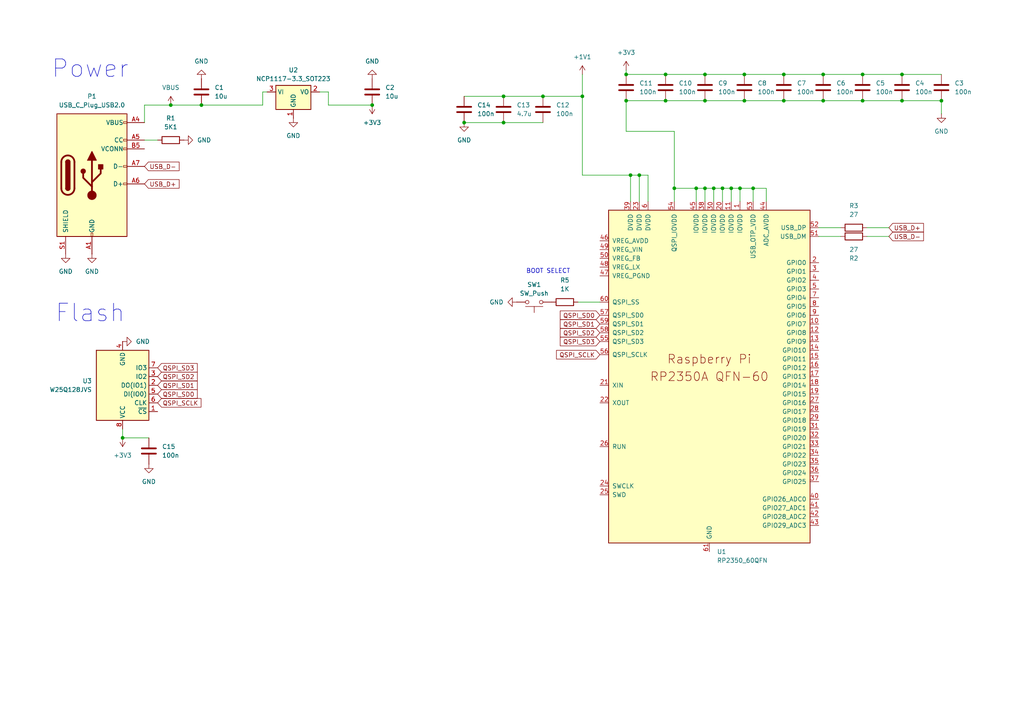
<source format=kicad_sch>
(kicad_sch (version 20231120) (generator "eeschema") (generator_version "8.0")
  (paper "A4")
  (lib_symbols
    (symbol "Connector:USB_C_Plug_USB2.0" (pin_names (offset 1.016))
      (property "Reference" "P" (at -10.16 19.05 0))
      (property "Value" "USB_C_Plug_USB2.0" (at 12.7 19.05 0))
      (symbol "USB_C_Plug_USB2.0_0_0"
        (rectangle (start -0.254 -17.78) (end 0.254 -16.764))
        (rectangle (start 10.16 -2.286) (end 9.144 -2.794))
        (rectangle (start 10.16 2.794) (end 9.144 2.286))
        (rectangle (start 10.16 7.874) (end 9.144 7.366))
        (rectangle (start 10.16 10.414) (end 9.144 9.906))
        (rectangle (start 10.16 15.494) (end 9.144 14.986))
      )
      (symbol "USB_C_Plug_USB2.0_0_1"
        (rectangle (start -10.16 17.78) (end 10.16 -17.78) (stroke (width 0.254)) (fill (type background)))
        (arc (start -8.89 -3.81) (mid -6.985 -5.7067) (end -5.08 -3.81) (stroke (width 0.508)))
        (arc (start -7.62 -3.81) (mid -6.985 -4.4423) (end -6.35 -3.81) (stroke (width 0.254)))
        (arc (start -7.62 -3.81) (mid -6.985 -4.4423) (end -6.35 -3.81) (stroke (width 0.254)) (fill (type outline)))
        (rectangle (start -7.62 -3.81) (end -6.35 3.81) (stroke (width 0.254)) (fill (type outline)))
        (arc (start -6.35 3.81) (mid -6.985 4.4423) (end -7.62 3.81) (stroke (width 0.254)))
        (arc (start -6.35 3.81) (mid -6.985 4.4423) (end -7.62 3.81) (stroke (width 0.254)) (fill (type outline)))
        (arc (start -5.08 3.81) (mid -6.985 5.7067) (end -8.89 3.81) (stroke (width 0.508)))
        (circle (center -2.54 1.143) (radius 0.635) (stroke (width 0.254)) (fill (type outline)))
        (circle (center 0 -5.842) (radius 1.27) (fill (type outline)))
        (polyline (pts (xy -8.89 -3.81) (xy -8.89 3.81)) (stroke (width 0.508)))
        (polyline (pts (xy -5.08 3.81) (xy -5.08 -3.81)) (stroke (width 0.508)))
        (polyline (pts (xy 0 -5.842) (xy 0 4.318)) (stroke (width 0.508)))
        (polyline (pts (xy 0 -3.302) (xy -2.54 -0.762) (xy -2.54 0.508)) (stroke (width 0.508)))
        (polyline (pts (xy 0 -2.032) (xy 2.54 0.508) (xy 2.54 1.778)) (stroke (width 0.508)))
        (polyline (pts (xy -1.27 4.318) (xy 0 6.858) (xy 1.27 4.318) (xy -1.27 4.318)) (stroke (width 0.254)) (fill (type outline)))
        (rectangle (start 1.905 1.778) (end 3.175 3.048) (stroke (width 0.254)) (fill (type outline)))
      )
      (symbol "USB_C_Plug_USB2.0_1_1"
        (pin passive line (at 0 -22.86 90) (length 5.08) (name "GND") (number "A1"))
        (pin passive line (at 0 -22.86 90) (length 5.08) hide (name "GND") (number "A12"))
        (pin passive line (at 15.24 15.24 180) (length 5.08) (name "VBUS") (number "A4"))
        (pin bidirectional line (at 15.24 10.16 180) (length 5.08) (name "CC") (number "A5"))
        (pin bidirectional line (at 15.24 -2.54 180) (length 5.08) (name "D+") (number "A6"))
        (pin bidirectional line (at 15.24 2.54 180) (length 5.08) (name "D-") (number "A7"))
        (pin passive line (at 15.24 15.24 180) (length 5.08) hide (name "VBUS") (number "A9"))
        (pin passive line (at 0 -22.86 90) (length 5.08) hide (name "GND") (number "B1"))
        (pin passive line (at 0 -22.86 90) (length 5.08) hide (name "GND") (number "B12"))
        (pin passive line (at 15.24 15.24 180) (length 5.08) hide (name "VBUS") (number "B4"))
        (pin bidirectional line (at 15.24 7.62 180) (length 5.08) (name "VCONN") (number "B5"))
        (pin passive line (at 15.24 15.24 180) (length 5.08) hide (name "VBUS") (number "B9"))
        (pin passive line (at -7.62 -22.86 90) (length 5.08) (name "SHIELD") (number "S1"))
      )
    )
    (symbol "Device:C" (pin_numbers hide) (pin_names (offset 0.254))
      (property "Reference" "C" (at 0.635 2.54 0))
      (property "Value" "C" (at 0.635 -2.54 0))
      (symbol "C_0_1"
        (polyline (pts (xy -2.032 -0.762) (xy 2.032 -0.762)) (stroke (width 0.508)))
        (polyline (pts (xy -2.032 0.762) (xy 2.032 0.762)) (stroke (width 0.508)))
      )
      (symbol "C_1_1"
        (pin passive line (at 0 3.81 270) (length 2.794) (name "~") (number "1"))
        (pin passive line (at 0 -3.81 90) (length 2.794) (name "~") (number "2"))
      )
    )
    (symbol "Device:R" (pin_numbers hide) (pin_names (offset 0))
      (property "Reference" "R" (at 2.032 0 90))
      (property "Value" "R" (at 0 0 90))
      (symbol "R_0_1"
        (rectangle (start -1.016 -2.54) (end 1.016 2.54) (stroke (width 0.254)))
      )
      (symbol "R_1_1"
        (pin passive line (at 0 3.81 270) (length 1.27) (name "~") (number "1"))
        (pin passive line (at 0 -3.81 90) (length 1.27) (name "~") (number "2"))
      )
    )
    (symbol "Memory_Flash:W25Q128JVS"
      (property "Reference" "U" (at -6.35 11.43 0))
      (property "Value" "W25Q128JVS" (at 7.62 11.43 0))
      (symbol "W25Q128JVS_0_1"
        (rectangle (start -7.62 10.16) (end 7.62 -10.16) (stroke (width 0.254)) (fill (type background)))
      )
      (symbol "W25Q128JVS_1_1"
        (pin input line (at -10.16 7.62 0) (length 2.54) (name "~{CS}") (number "1"))
        (pin bidirectional line (at -10.16 0 0) (length 2.54) (name "DO(IO1)") (number "2"))
        (pin bidirectional line (at -10.16 -2.54 0) (length 2.54) (name "IO2") (number "3"))
        (pin power_in line (at 0 -12.7 90) (length 2.54) (name "GND") (number "4"))
        (pin bidirectional line (at -10.16 2.54 0) (length 2.54) (name "DI(IO0)") (number "5"))
        (pin input line (at -10.16 5.08 0) (length 2.54) (name "CLK") (number "6"))
        (pin bidirectional line (at -10.16 -5.08 0) (length 2.54) (name "IO3") (number "7"))
        (pin power_in line (at 0 12.7 270) (length 2.54) (name "VCC") (number "8"))
      )
    )
    (symbol "Regulator_Linear:NCP1117-3.3_SOT223"
      (property "Reference" "U" (at -3.81 3.175 0))
      (property "Value" "NCP1117-3.3_SOT223" (at 0 3.175 0))
      (symbol "NCP1117-3.3_SOT223_0_1"
        (rectangle (start -5.08 -5.08) (end 5.08 1.905) (stroke (width 0.254)) (fill (type background)))
      )
      (symbol "NCP1117-3.3_SOT223_1_1"
        (pin power_in line (at 0 -7.62 90) (length 2.54) (name "GND") (number "1"))
        (pin power_out line (at 7.62 0 180) (length 2.54) (name "VO") (number "2"))
        (pin power_in line (at -7.62 0 0) (length 2.54) (name "VI") (number "3"))
      )
    )
    (symbol "Switch:SW_Push" (pin_numbers hide) (pin_names (offset 1.016) hide)
      (property "Reference" "SW" (at 1.27 2.54 0))
      (property "Value" "SW_Push" (at 0 -1.524 0))
      (symbol "SW_Push_0_1"
        (circle (center -2.032 0) (radius 0.508))
        (polyline (pts (xy 0 1.27) (xy 0 3.048)))
        (polyline (pts (xy 2.54 1.27) (xy -2.54 1.27)))
        (circle (center 2.032 0) (radius 0.508))
        (pin passive line (at -5.08 0 0) (length 2.54) (name "1") (number "1"))
        (pin passive line (at 5.08 0 180) (length 2.54) (name "2") (number "2"))
      )
    )
    (symbol "power:+1V1" (power) (pin_numbers hide) (pin_names (offset 0) hide)
      (property "Value" "+1V1" (at 0 3.556 0))
      (symbol "+1V1_0_1"
        (polyline (pts (xy -0.762 1.27) (xy 0 2.54)))
        (polyline (pts (xy 0 0) (xy 0 2.54)))
        (polyline (pts (xy 0 2.54) (xy 0.762 1.27)))
      )
      (symbol "+1V1_1_1"
        (pin power_in line (at 0 0 90) (length 0) (name "~") (number "1"))
      )
    )
    (symbol "power:+3V3" (power) (pin_numbers hide) (pin_names (offset 0) hide)
      (property "Value" "+3V3" (at 0 3.556 0))
      (symbol "+3V3_0_1"
        (polyline (pts (xy -0.762 1.27) (xy 0 2.54)))
        (polyline (pts (xy 0 0) (xy 0 2.54)))
        (polyline (pts (xy 0 2.54) (xy 0.762 1.27)))
      )
      (symbol "+3V3_1_1"
        (pin power_in line (at 0 0 90) (length 0) (name "~") (number "1"))
      )
    )
    (symbol "power:GND" (power) (pin_numbers hide) (pin_names (offset 0) hide)
      (property "Value" "GND" (at 0 -3.81 0))
      (symbol "GND_0_1"
        (polyline (pts (xy 0 0) (xy 0 -1.27) (xy 1.27 -1.27) (xy 0 -2.54) (xy -1.27 -1.27) (xy 0 -1.27)))
      )
      (symbol "GND_1_1"
        (pin power_in line (at 0 0 270) (length 0) (name "~") (number "1"))
      )
    )
    (symbol "power:VBUS" (power) (pin_numbers hide) (pin_names (offset 0) hide)
      (property "Value" "VBUS" (at 0 3.556 0))
      (symbol "VBUS_0_1"
        (polyline (pts (xy -0.762 1.27) (xy 0 2.54)))
        (polyline (pts (xy 0 0) (xy 0 2.54)))
        (polyline (pts (xy 0 2.54) (xy 0.762 1.27)))
      )
      (symbol "VBUS_1_1"
        (pin power_in line (at 0 0 90) (length 0) (name "~") (number "1"))
      )
    )
    (symbol "rp2350A:RP2350_60QFN" (pin_names (offset 1.016))
      (property "Reference" "U" (at -29.21 49.53 0))
      (property "Value" "RP2350_60QFN" (at 24.13 -49.53 0))
      (symbol "RP2350_60QFN_0_0"
        (text "Raspberry Pi" (at 0 5.08 0) (effects (font (size 2.54 2.54))))
      )
      (symbol "RP2350_60QFN_0_1"
        (rectangle (start 29.21 48.26) (end -29.21 -48.26) (stroke (width 0.254)) (fill (type background)))
      )
      (symbol "RP2350_60QFN_1_0"
        (text "RP2350A QFN-60" (at 0 0 0) (effects (font (size 2.54 2.54))))
      )
      (symbol "RP2350_60QFN_1_1"
        (pin power_in line (at 8.89 50.8 270) (length 2.54) (name "IOVDD") (number "1"))
        (pin bidirectional line (at 31.75 15.24 180) (length 2.54) (name "GPIO7") (number "10"))
        (pin power_in line (at 6.35 50.8 270) (length 2.54) (name "IOVDD") (number "11"))
        (pin bidirectional line (at 31.75 12.7 180) (length 2.54) (name "GPIO8") (number "12"))
        (pin bidirectional line (at 31.75 10.16 180) (length 2.54) (name "GPIO9") (number "13"))
        (pin bidirectional line (at 31.75 7.62 180) (length 2.54) (name "GPIO10") (number "14"))
        (pin bidirectional line (at 31.75 5.08 180) (length 2.54) (name "GPIO11") (number "15"))
        (pin bidirectional line (at 31.75 2.54 180) (length 2.54) (name "GPIO12") (number "16"))
        (pin bidirectional line (at 31.75 0 180) (length 2.54) (name "GPIO13") (number "17"))
        (pin bidirectional line (at 31.75 -2.54 180) (length 2.54) (name "GPIO14") (number "18"))
        (pin bidirectional line (at 31.75 -5.08 180) (length 2.54) (name "GPIO15") (number "19"))
        (pin bidirectional line (at 31.75 33.02 180) (length 2.54) (name "GPIO0") (number "2"))
        (pin power_in line (at 3.81 50.8 270) (length 2.54) (name "IOVDD") (number "20"))
        (pin input line (at -31.75 -2.54 0) (length 2.54) (name "XIN") (number "21"))
        (pin passive line (at -31.75 -7.62 0) (length 2.54) (name "XOUT") (number "22"))
        (pin power_in line (at -20.32 50.8 270) (length 2.54) (name "DVDD") (number "23"))
        (pin output line (at -31.75 -31.75 0) (length 2.54) (name "SWCLK") (number "24"))
        (pin bidirectional line (at -31.75 -34.29 0) (length 2.54) (name "SWD") (number "25"))
        (pin input line (at -31.75 -20.32 0) (length 2.54) (name "RUN") (number "26"))
        (pin bidirectional line (at 31.75 -7.62 180) (length 2.54) (name "GPIO16") (number "27"))
        (pin bidirectional line (at 31.75 -10.16 180) (length 2.54) (name "GPIO17") (number "28"))
        (pin bidirectional line (at 31.75 -12.7 180) (length 2.54) (name "GPIO18") (number "29"))
        (pin bidirectional line (at 31.75 30.48 180) (length 2.54) (name "GPIO1") (number "3"))
        (pin power_in line (at 1.27 50.8 270) (length 2.54) (name "IOVDD") (number "30"))
        (pin bidirectional line (at 31.75 -15.24 180) (length 2.54) (name "GPIO19") (number "31"))
        (pin bidirectional line (at 31.75 -17.78 180) (length 2.54) (name "GPIO20") (number "32"))
        (pin bidirectional line (at 31.75 -20.32 180) (length 2.54) (name "GPIO21") (number "33"))
        (pin bidirectional line (at 31.75 -22.86 180) (length 2.54) (name "GPIO22") (number "34"))
        (pin bidirectional line (at 31.75 -25.4 180) (length 2.54) (name "GPIO23") (number "35"))
        (pin bidirectional line (at 31.75 -27.94 180) (length 2.54) (name "GPIO24") (number "36"))
        (pin bidirectional line (at 31.75 -30.48 180) (length 2.54) (name "GPIO25") (number "37"))
        (pin power_in line (at -1.27 50.8 270) (length 2.54) (name "IOVDD") (number "38"))
        (pin power_in line (at -22.86 50.8 270) (length 2.54) (name "DVDD") (number "39"))
        (pin bidirectional line (at 31.75 27.94 180) (length 2.54) (name "GPIO2") (number "4"))
        (pin bidirectional line (at 31.75 -35.56 180) (length 2.54) (name "GPIO26_ADC0") (number "40"))
        (pin bidirectional line (at 31.75 -38.1 180) (length 2.54) (name "GPIO27_ADC1") (number "41"))
        (pin bidirectional line (at 31.75 -40.64 180) (length 2.54) (name "GPIO28_ADC2") (number "42"))
        (pin bidirectional line (at 31.75 -43.18 180) (length 2.54) (name "GPIO29_ADC3") (number "43"))
        (pin power_in line (at 16.51 50.8 270) (length 2.54) (name "ADC_AVDD") (number "44"))
        (pin power_in line (at -3.81 50.8 270) (length 2.54) (name "IOVDD") (number "45"))
        (pin power_in line (at -31.75 39.37 0) (length 2.54) (name "VREG_AVDD") (number "46"))
        (pin power_in line (at -31.75 29.21 0) (length 2.54) (name "VREG_PGND") (number "47"))
        (pin power_out line (at -31.75 31.75 0) (length 2.54) (name "VREG_LX") (number "48"))
        (pin power_in line (at -31.75 36.83 0) (length 2.54) (name "VREG_VIN") (number "49"))
        (pin bidirectional line (at 31.75 25.4 180) (length 2.54) (name "GPIO3") (number "5"))
        (pin input line (at -31.75 34.29 0) (length 2.54) (name "VREG_FB") (number "50"))
        (pin bidirectional line (at 31.75 40.64 180) (length 2.54) (name "USB_DM") (number "51"))
        (pin bidirectional line (at 31.75 43.18 180) (length 2.54) (name "USB_DP") (number "52"))
        (pin power_in line (at 12.7 50.8 270) (length 2.54) (name "USB_OTP_VDD") (number "53"))
        (pin power_in line (at -10.16 50.8 270) (length 2.54) (name "QSPI_IOVDD") (number "54"))
        (pin bidirectional line (at -31.75 10.16 0) (length 2.54) (name "QSPI_SD3") (number "55"))
        (pin output line (at -31.75 6.35 0) (length 2.54) (name "QSPI_SCLK") (number "56"))
        (pin bidirectional line (at -31.75 17.78 0) (length 2.54) (name "QSPI_SD0") (number "57"))
        (pin bidirectional line (at -31.75 12.7 0) (length 2.54) (name "QSPI_SD2") (number "58"))
        (pin bidirectional line (at -31.75 15.24 0) (length 2.54) (name "QSPI_SD1") (number "59"))
        (pin power_in line (at -17.78 50.8 270) (length 2.54) (name "DVDD") (number "6"))
        (pin bidirectional line (at -31.75 21.59 0) (length 2.54) (name "QSPI_SS") (number "60"))
        (pin power_in line (at 0 -50.8 90) (length 2.54) (name "GND") (number "61"))
        (pin bidirectional line (at 31.75 22.86 180) (length 2.54) (name "GPIO4") (number "7"))
        (pin bidirectional line (at 31.75 20.32 180) (length 2.54) (name "GPIO5") (number "8"))
        (pin bidirectional line (at 31.75 17.78 180) (length 2.54) (name "GPIO6") (number "9"))
      )
    )
  )
  (junction (at 49.53 30.48))
  (junction (at 227.33 29.21))
  (junction (at 215.9 21.59))
  (junction (at 195.58 54.61))
  (junction (at 250.19 21.59))
  (junction (at 204.47 29.21))
  (junction (at 261.62 29.21))
  (junction (at 207.01 54.61))
  (junction (at 193.04 21.59))
  (junction (at 212.09 54.61))
  (junction (at 215.9 29.21))
  (junction (at 134.62 35.56))
  (junction (at 35.56 127))
  (junction (at 157.48 27.94))
  (junction (at 238.76 21.59))
  (junction (at 214.63 54.61))
  (junction (at 168.91 27.94))
  (junction (at 107.95 30.48))
  (junction (at 193.04 29.21))
  (junction (at 185.42 50.8))
  (junction (at 181.61 29.21))
  (junction (at 58.42 30.48))
  (junction (at 181.61 21.59))
  (junction (at 201.93 54.61))
  (junction (at 209.55 54.61))
  (junction (at 204.47 21.59))
  (junction (at 227.33 21.59))
  (junction (at 250.19 29.21))
  (junction (at 146.05 27.94))
  (junction (at 273.05 29.21))
  (junction (at 261.62 21.59))
  (junction (at 204.47 54.61))
  (junction (at 182.88 50.8))
  (junction (at 238.76 29.21))
  (junction (at 146.05 35.56))
  (junction (at 218.44 54.61))
  (wire (pts (xy 134.62 35.56) (xy 146.05 35.56)))
  (wire (pts (xy 261.62 21.59) (xy 273.05 21.59)))
  (wire (pts (xy 185.42 50.8) (xy 182.88 50.8)))
  (wire (pts (xy 261.62 29.21) (xy 273.05 29.21)))
  (wire (pts (xy 58.42 30.48) (xy 76.2 30.48)))
  (wire (pts (xy 214.63 54.61) (xy 218.44 54.61)))
  (wire (pts (xy 195.58 38.1) (xy 181.61 38.1)))
  (wire (pts (xy 41.91 40.64) (xy 45.72 40.64)))
  (wire (pts (xy 35.56 127) (xy 43.18 127)))
  (wire (pts (xy 204.47 29.21) (xy 215.9 29.21)))
  (wire (pts (xy 201.93 54.61) (xy 204.47 54.61)))
  (wire (pts (xy 243.84 68.58) (xy 237.49 68.58)))
  (wire (pts (xy 181.61 38.1) (xy 181.61 29.21)))
  (wire (pts (xy 238.76 21.59) (xy 250.19 21.59)))
  (wire (pts (xy 187.96 58.42) (xy 187.96 50.8)))
  (wire (pts (xy 92.71 26.67) (xy 95.25 26.67)))
  (wire (pts (xy 204.47 54.61) (xy 207.01 54.61)))
  (wire (pts (xy 215.9 21.59) (xy 227.33 21.59)))
  (wire (pts (xy 257.81 66.04) (xy 251.46 66.04)))
  (wire (pts (xy 181.61 20.32) (xy 181.61 21.59)))
  (wire (pts (xy 76.2 26.67) (xy 77.47 26.67)))
  (wire (pts (xy 214.63 54.61) (xy 214.63 58.42)))
  (wire (pts (xy 195.58 54.61) (xy 201.93 54.61)))
  (wire (pts (xy 187.96 50.8) (xy 185.42 50.8)))
  (wire (pts (xy 204.47 21.59) (xy 215.9 21.59)))
  (wire (pts (xy 195.58 58.42) (xy 195.58 54.61)))
  (wire (pts (xy 238.76 29.21) (xy 250.19 29.21)))
  (wire (pts (xy 207.01 54.61) (xy 207.01 58.42)))
  (wire (pts (xy 215.9 29.21) (xy 227.33 29.21)))
  (wire (pts (xy 222.25 54.61) (xy 222.25 58.42)))
  (wire (pts (xy 168.91 21.59) (xy 168.91 27.94)))
  (wire (pts (xy 250.19 21.59) (xy 261.62 21.59)))
  (wire (pts (xy 167.64 87.63) (xy 173.99 87.63)))
  (wire (pts (xy 49.53 30.48) (xy 58.42 30.48)))
  (wire (pts (xy 35.56 124.46) (xy 35.56 127)))
  (wire (pts (xy 201.93 54.61) (xy 201.93 58.42)))
  (wire (pts (xy 209.55 54.61) (xy 209.55 58.42)))
  (wire (pts (xy 193.04 21.59) (xy 204.47 21.59)))
  (wire (pts (xy 76.2 30.48) (xy 76.2 26.67)))
  (wire (pts (xy 146.05 27.94) (xy 157.48 27.94)))
  (wire (pts (xy 41.91 30.48) (xy 49.53 30.48)))
  (wire (pts (xy 227.33 29.21) (xy 238.76 29.21)))
  (wire (pts (xy 212.09 54.61) (xy 214.63 54.61)))
  (wire (pts (xy 181.61 29.21) (xy 193.04 29.21)))
  (wire (pts (xy 134.62 27.94) (xy 146.05 27.94)))
  (wire (pts (xy 257.81 68.58) (xy 251.46 68.58)))
  (wire (pts (xy 95.25 26.67) (xy 95.25 30.48)))
  (wire (pts (xy 227.33 21.59) (xy 238.76 21.59)))
  (wire (pts (xy 185.42 50.8) (xy 185.42 58.42)))
  (wire (pts (xy 218.44 54.61) (xy 218.44 58.42)))
  (wire (pts (xy 204.47 54.61) (xy 204.47 58.42)))
  (wire (pts (xy 41.91 35.56) (xy 41.91 30.48)))
  (wire (pts (xy 95.25 30.48) (xy 107.95 30.48)))
  (wire (pts (xy 157.48 27.94) (xy 168.91 27.94)))
  (wire (pts (xy 168.91 27.94) (xy 168.91 50.8)))
  (wire (pts (xy 193.04 29.21) (xy 204.47 29.21)))
  (wire (pts (xy 181.61 21.59) (xy 193.04 21.59)))
  (wire (pts (xy 218.44 54.61) (xy 222.25 54.61)))
  (wire (pts (xy 243.84 66.04) (xy 237.49 66.04)))
  (wire (pts (xy 209.55 54.61) (xy 212.09 54.61)))
  (wire (pts (xy 182.88 50.8) (xy 182.88 58.42)))
  (wire (pts (xy 212.09 54.61) (xy 212.09 58.42)))
  (wire (pts (xy 250.19 29.21) (xy 261.62 29.21)))
  (wire (pts (xy 273.05 33.02) (xy 273.05 29.21)))
  (wire (pts (xy 195.58 54.61) (xy 195.58 38.1)))
  (wire (pts (xy 146.05 35.56) (xy 157.48 35.56)))
  (wire (pts (xy 182.88 50.8) (xy 168.91 50.8)))
  (wire (pts (xy 207.01 54.61) (xy 209.55 54.61)))
  (text "BOOT SELECT" (at 159.004 78.74 0) (effects (font (size 1.27 1.27))))
  (text "Flash" (at 26.162 90.932 0) (effects (font (size 5.08 5.08))))
  (text "Power" (at 26.162 20.066 0) (effects (font (size 5.08 5.08))))
  (global_label "QSPI_SD0" (shape input) (at 173.99 91.44 180) (property "Intersheetrefs" "${INTERSHEET_REFS}" (effects (hide yes))))
  (global_label "QSPI_SD1" (shape input) (at 45.72 111.76 0) (property "Intersheetrefs" "${INTERSHEET_REFS}" (effects (hide yes))))
  (global_label "QSPI_SD3" (shape input) (at 173.99 99.06 180) (property "Intersheetrefs" "${INTERSHEET_REFS}" (effects (hide yes))))
  (global_label "QSPI_SD2" (shape input) (at 173.99 96.52 180) (property "Intersheetrefs" "${INTERSHEET_REFS}" (effects (hide yes))))
  (global_label "USB_D+" (shape input) (at 257.81 66.04 0) (property "Intersheetrefs" "${INTERSHEET_REFS}" (effects (hide yes))))
  (global_label "USB_D+" (shape input) (at 41.91 53.34 0) (property "Intersheetrefs" "${INTERSHEET_REFS}" (effects (hide yes))))
  (global_label "USB_D-" (shape input) (at 41.91 48.26 0) (property "Intersheetrefs" "${INTERSHEET_REFS}" (effects (hide yes))))
  (global_label "QSPI_SD3" (shape input) (at 45.72 106.68 0) (property "Intersheetrefs" "${INTERSHEET_REFS}" (effects (hide yes))))
  (global_label "QSPI_SCLK" (shape input) (at 45.72 116.84 0) (property "Intersheetrefs" "${INTERSHEET_REFS}" (effects (hide yes))))
  (global_label "QSPI_SD2" (shape input) (at 45.72 109.22 0) (property "Intersheetrefs" "${INTERSHEET_REFS}" (effects (hide yes))))
  (global_label "QSPI_SD0" (shape input) (at 45.72 114.3 0) (property "Intersheetrefs" "${INTERSHEET_REFS}" (effects (hide yes))))
  (global_label "QSPI_SCLK" (shape input) (at 173.99 102.87 180) (property "Intersheetrefs" "${INTERSHEET_REFS}" (effects (hide yes))))
  (global_label "QSPI_SD1" (shape input) (at 173.99 93.98 180) (property "Intersheetrefs" "${INTERSHEET_REFS}" (effects (hide yes))))
  (global_label "USB_D-" (shape input) (at 257.81 68.58 0) (property "Intersheetrefs" "${INTERSHEET_REFS}" (effects (hide yes))))
  (symbol (lib_id "Device:C") (at 43.18 130.81 0) (unit 1)
    (property "Reference" "C15" (at 46.99 129.5399 0) (effects (justify left)))
    (property "Value" "100n" (at 46.99 132.0799 0) (effects (justify left)))
    (property "Description" "Unpolarized capacitor" (effects (hide yes)))
  )
  (symbol (lib_id "Device:C") (at 146.05 31.75 0) (unit 1)
    (property "Reference" "C13" (at 149.86 30.4799 0) (effects (justify left)))
    (property "Value" "4.7u" (at 149.86 33.0199 0) (effects (justify left)))
    (property "Description" "Unpolarized capacitor" (effects (hide yes)))
  )
  (symbol (lib_id "power:GND") (at 43.18 134.62 0) (unit 1)
    (property "Reference" "#PWR016" (effects (hide yes)))
    (property "Value" "GND" (at 43.18 139.7 0))
    (property "Description" "Power symbol creates a global label with name \"GND\" , ground" (effects (hide yes)))
  )
  (symbol (lib_id "power:GND") (at 273.05 33.02 0) (unit 1)
    (property "Reference" "#PWR010" (effects (hide yes)))
    (property "Value" "GND" (at 273.05 38.1 0))
    (property "Description" "Power symbol creates a global label with name \"GND\" , ground" (effects (hide yes)))
  )
  (symbol (lib_id "Device:C") (at 107.95 26.67 0) (unit 1)
    (property "Reference" "C2" (at 111.76 25.3999 0) (effects (justify left)))
    (property "Value" "10u" (at 111.76 27.9399 0) (effects (justify left)))
    (property "Description" "Unpolarized capacitor" (effects (hide yes)))
  )
  (symbol (lib_id "power:GND") (at 26.67 73.66 0) (unit 1)
    (property "Reference" "#PWR06" (effects (hide yes)))
    (property "Value" "GND" (at 26.67 78.74 0))
    (property "Description" "Power symbol creates a global label with name \"GND\" , ground" (effects (hide yes)))
  )
  (symbol (lib_id "Device:R") (at 247.65 68.58 270) (unit 1)
    (property "Reference" "R2" (at 247.65 74.93 90))
    (property "Value" "27" (at 247.65 72.39 90))
    (property "Description" "Resistor" (effects (hide yes)))
  )
  (symbol (lib_id "Device:C") (at 250.19 25.4 0) (unit 1)
    (property "Reference" "C5" (at 254 24.1299 0) (effects (justify left)))
    (property "Value" "100n" (at 254 26.6699 0) (effects (justify left)))
    (property "Description" "Unpolarized capacitor" (effects (hide yes)))
  )
  (symbol (lib_id "Switch:SW_Push") (at 154.94 87.63 180) (unit 1)
    (property "Reference" "SW1" (at 154.94 82.55 0))
    (property "Value" "SW_Push" (at 154.94 85.09 0))
    (property "Description" "Push button switch, generic, two pins" (effects (hide yes)))
  )
  (symbol (lib_id "Device:C") (at 193.04 25.4 0) (unit 1)
    (property "Reference" "C10" (at 196.85 24.1299 0) (effects (justify left)))
    (property "Value" "100n" (at 196.85 26.6699 0) (effects (justify left)))
    (property "Description" "Unpolarized capacitor" (effects (hide yes)))
  )
  (symbol (lib_id "rp2350A:RP2350_60QFN") (at 205.74 109.22 0) (unit 1)
    (property "Reference" "U1" (at 207.9341 160.02 0) (effects (justify left)))
    (property "Value" "RP2350_60QFN" (at 207.9341 162.56 0) (effects (justify left)))
    (property "Footprint" "RP2350_60QFN_minimal:RP2350-QFN-60-1EP_7x7_P0.4mm_EP3.4x3.4mm_ThermalVias" (effects (hide yes)))
  )
  (symbol (lib_id "power:GND") (at 53.34 40.64 90) (unit 1)
    (property "Reference" "#PWR05" (effects (hide yes)))
    (property "Value" "GND" (at 57.15 40.6399 90) (effects (justify right)))
    (property "Description" "Power symbol creates a global label with name \"GND\" , ground" (effects (hide yes)))
  )
  (symbol (lib_id "Memory_Flash:W25Q128JVS") (at 35.56 111.76 180) (unit 1)
    (property "Reference" "U3" (at 26.67 110.4899 0) (effects (justify left)))
    (property "Value" "W25Q128JVS" (at 26.67 113.0299 0) (effects (justify left)))
    (property "Footprint" "Package_SO:SOIC-8_5.23x5.23mm_P1.27mm" (effects (hide yes)))
    (property "Datasheet" "https://www.winbond.com/resource-files/w25q128jv_dtr%20revc%2003272018%20plus.pdf" (effects (hide yes)))
    (property "Description" "128Mb Serial Flash Memory, Standard/Dual/Quad SPI, SOIC-8" (effects (hide yes)))
  )
  (symbol (lib_id "Device:C") (at 134.62 31.75 0) (unit 1)
    (property "Reference" "C14" (at 138.43 30.4799 0) (effects (justify left)))
    (property "Value" "100n" (at 138.43 33.0199 0) (effects (justify left)))
    (property "Description" "Unpolarized capacitor" (effects (hide yes)))
  )
  (symbol (lib_id "power:+3V3") (at 107.95 30.48 180) (unit 1)
    (property "Reference" "#PWR08" (effects (hide yes)))
    (property "Value" "+3V3" (at 107.95 35.56 0))
    (property "Description" "Power symbol creates a global label with name \"+3V3\"" (effects (hide yes)))
  )
  (symbol (lib_id "Device:C") (at 58.42 26.67 0) (unit 1)
    (property "Reference" "C1" (at 62.23 25.3999 0) (effects (justify left)))
    (property "Value" "10u" (at 62.23 27.9399 0) (effects (justify left)))
    (property "Description" "Unpolarized capacitor" (effects (hide yes)))
  )
  (symbol (lib_id "Device:C") (at 238.76 25.4 0) (unit 1)
    (property "Reference" "C6" (at 242.57 24.1299 0) (effects (justify left)))
    (property "Value" "100n" (at 242.57 26.6699 0) (effects (justify left)))
    (property "Description" "Unpolarized capacitor" (effects (hide yes)))
  )
  (symbol (lib_id "Device:C") (at 204.47 25.4 0) (unit 1)
    (property "Reference" "C9" (at 208.28 24.1299 0) (effects (justify left)))
    (property "Value" "100n" (at 208.28 26.6699 0) (effects (justify left)))
    (property "Description" "Unpolarized capacitor" (effects (hide yes)))
  )
  (symbol (lib_id "power:VBUS") (at 49.53 30.48 0) (unit 1)
    (property "Reference" "#PWR04" (effects (hide yes)))
    (property "Value" "VBUS" (at 49.53 25.4 0))
    (property "Description" "Power symbol creates a global label with name \"VBUS\"" (effects (hide yes)))
  )
  (symbol (lib_id "Device:R") (at 163.83 87.63 90) (unit 1)
    (property "Reference" "R5" (at 163.83 81.28 90))
    (property "Value" "1K" (at 163.83 83.82 90))
    (property "Description" "Resistor" (effects (hide yes)))
  )
  (symbol (lib_id "power:+3V3") (at 35.56 127 180) (unit 1)
    (property "Reference" "#PWR014" (effects (hide yes)))
    (property "Value" "+3V3" (at 35.56 132.08 0))
    (property "Description" "Power symbol creates a global label with name \"+3V3\"" (effects (hide yes)))
  )
  (symbol (lib_id "Device:C") (at 157.48 31.75 0) (unit 1)
    (property "Reference" "C12" (at 161.29 30.4799 0) (effects (justify left)))
    (property "Value" "100n" (at 161.29 33.0199 0) (effects (justify left)))
    (property "Description" "Unpolarized capacitor" (effects (hide yes)))
  )
  (symbol (lib_id "Device:R") (at 49.53 40.64 90) (unit 1)
    (property "Reference" "R1" (at 49.53 34.29 90))
    (property "Value" "5K1" (at 49.53 36.83 90))
    (property "Description" "Resistor" (effects (hide yes)))
  )
  (symbol (lib_id "power:GND") (at 19.05 73.66 0) (unit 1)
    (property "Reference" "#PWR07" (effects (hide yes)))
    (property "Value" "GND" (at 19.05 78.74 0))
    (property "Description" "Power symbol creates a global label with name \"GND\" , ground" (effects (hide yes)))
  )
  (symbol (lib_id "power:GND") (at 35.56 99.06 90) (unit 1)
    (property "Reference" "#PWR013" (effects (hide yes)))
    (property "Value" "GND" (at 39.37 99.0599 90) (effects (justify right)))
    (property "Description" "Power symbol creates a global label with name \"GND\" , ground" (effects (hide yes)))
  )
  (symbol (lib_id "Connector:USB_C_Plug_USB2.0") (at 26.67 50.8 0) (unit 1)
    (property "Reference" "P1" (at 26.67 27.94 0))
    (property "Value" "USB_C_Plug_USB2.0" (at 26.67 30.48 0))
    (property "Datasheet" "https://www.usb.org/sites/default/files/documents/usb_type-c.zip" (effects (hide yes)))
    (property "Description" "USB 2.0-only Type-C Plug connector" (effects (hide yes)))
  )
  (symbol (lib_id "power:+1V1") (at 168.91 21.59 0) (unit 1)
    (property "Reference" "#PWR011" (effects (hide yes)))
    (property "Value" "+1V1" (at 168.91 16.51 0))
    (property "Description" "Power symbol creates a global label with name \"+1V1\"" (effects (hide yes)))
  )
  (symbol (lib_id "power:+3V3") (at 181.61 20.32 0) (unit 1)
    (property "Reference" "#PWR09" (effects (hide yes)))
    (property "Value" "+3V3" (at 181.61 15.24 0))
    (property "Description" "Power symbol creates a global label with name \"+3V3\"" (effects (hide yes)))
  )
  (symbol (lib_id "power:GND") (at 149.86 87.63 270) (unit 1)
    (property "Reference" "#PWR015" (effects (hide yes)))
    (property "Value" "GND" (at 146.05 87.6299 90) (effects (justify right)))
    (property "Description" "Power symbol creates a global label with name \"GND\" , ground" (effects (hide yes)))
  )
  (symbol (lib_id "Regulator_Linear:NCP1117-3.3_SOT223") (at 85.09 26.67 0) (unit 1)
    (property "Reference" "U2" (at 85.09 20.32 0))
    (property "Value" "NCP1117-3.3_SOT223" (at 85.09 22.86 0))
    (property "Footprint" "Package_TO_SOT_SMD:SOT-223-3_TabPin2" (effects (hide yes)))
    (property "Datasheet" "http://www.onsemi.com/pub_link/Collateral/NCP1117-D.PDF" (effects (hide yes)))
    (property "Description" "1A Low drop-out regulator, Fixed Output 3.3V, SOT-223" (effects (hide yes)))
  )
  (symbol (lib_id "Device:C") (at 181.61 25.4 0) (unit 1)
    (property "Reference" "C11" (at 185.42 24.1299 0) (effects (justify left)))
    (property "Value" "100n" (at 185.42 26.6699 0) (effects (justify left)))
    (property "Description" "Unpolarized capacitor" (effects (hide yes)))
  )
  (symbol (lib_id "Device:C") (at 261.62 25.4 0) (unit 1)
    (property "Reference" "C4" (at 265.43 24.1299 0) (effects (justify left)))
    (property "Value" "100n" (at 265.43 26.6699 0) (effects (justify left)))
    (property "Description" "Unpolarized capacitor" (effects (hide yes)))
  )
  (symbol (lib_id "power:GND") (at 85.09 34.29 0) (unit 1)
    (property "Reference" "#PWR03" (effects (hide yes)))
    (property "Value" "GND" (at 85.09 39.37 0))
    (property "Description" "Power symbol creates a global label with name \"GND\" , ground" (effects (hide yes)))
  )
  (symbol (lib_id "Device:C") (at 227.33 25.4 0) (unit 1)
    (property "Reference" "C7" (at 231.14 24.1299 0) (effects (justify left)))
    (property "Value" "100n" (at 231.14 26.6699 0) (effects (justify left)))
    (property "Description" "Unpolarized capacitor" (effects (hide yes)))
  )
  (symbol (lib_id "Device:C") (at 215.9 25.4 0) (unit 1)
    (property "Reference" "C8" (at 219.71 24.1299 0) (effects (justify left)))
    (property "Value" "100n" (at 219.71 26.6699 0) (effects (justify left)))
    (property "Description" "Unpolarized capacitor" (effects (hide yes)))
  )
  (symbol (lib_id "power:GND") (at 134.62 35.56 0) (unit 1)
    (property "Reference" "#PWR012" (effects (hide yes)))
    (property "Value" "GND" (at 134.62 40.64 0))
    (property "Description" "Power symbol creates a global label with name \"GND\" , ground" (effects (hide yes)))
  )
  (symbol (lib_id "power:GND") (at 58.42 22.86 180) (unit 1)
    (property "Reference" "#PWR01" (effects (hide yes)))
    (property "Value" "GND" (at 58.42 17.78 0))
    (property "Description" "Power symbol creates a global label with name \"GND\" , ground" (effects (hide yes)))
  )
  (symbol (lib_id "Device:C") (at 273.05 25.4 0) (unit 1)
    (property "Reference" "C3" (at 276.86 24.1299 0) (effects (justify left)))
    (property "Value" "100n" (at 276.86 26.6699 0) (effects (justify left)))
    (property "Description" "Unpolarized capacitor" (effects (hide yes)))
  )
  (symbol (lib_id "power:GND") (at 107.95 22.86 180) (unit 1)
    (property "Reference" "#PWR02" (effects (hide yes)))
    (property "Value" "GND" (at 107.95 17.78 0))
    (property "Description" "Power symbol creates a global label with name \"GND\" , ground" (effects (hide yes)))
  )
  (symbol (lib_id "Device:R") (at 247.65 66.04 90) (mirror x) (unit 1)
    (property "Reference" "R3" (at 247.65 59.69 90))
    (property "Value" "27" (at 247.65 62.23 90))
    (property "Description" "Resistor" (effects (hide yes)))
  )
)
</source>
